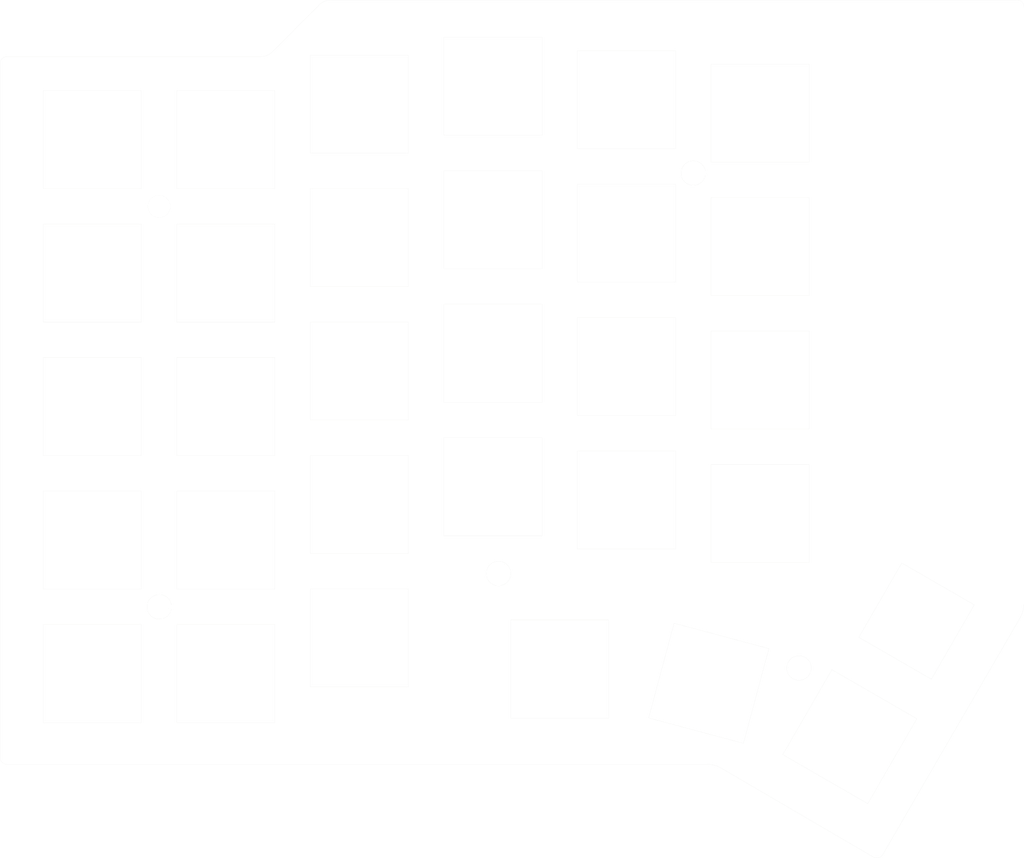
<source format=kicad_pcb>
(kicad_pcb (version 20171130) (host pcbnew "(5.1.6)-1")

  (general
    (thickness 1.6)
    (drawings 21)
    (tracks 0)
    (zones 0)
    (modules 36)
    (nets 1)
  )

  (page A4)
  (layers
    (0 F.Cu signal)
    (31 B.Cu signal)
    (32 B.Adhes user)
    (33 F.Adhes user)
    (34 B.Paste user)
    (35 F.Paste user)
    (36 B.SilkS user)
    (37 F.SilkS user)
    (38 B.Mask user)
    (39 F.Mask user)
    (40 Dwgs.User user)
    (41 Cmts.User user)
    (42 Eco1.User user)
    (43 Eco2.User user)
    (44 Edge.Cuts user)
    (45 Margin user)
    (46 B.CrtYd user)
    (47 F.CrtYd user)
    (48 B.Fab user)
    (49 F.Fab user)
  )

  (setup
    (last_trace_width 0.25)
    (trace_clearance 0.2)
    (zone_clearance 0.508)
    (zone_45_only no)
    (trace_min 0.2)
    (via_size 1)
    (via_drill 0.6)
    (via_min_size 0.4)
    (via_min_drill 0.3)
    (uvia_size 0.3)
    (uvia_drill 0.1)
    (uvias_allowed no)
    (uvia_min_size 0.2)
    (uvia_min_drill 0.1)
    (edge_width 0.01)
    (segment_width 0.2)
    (pcb_text_width 0.3)
    (pcb_text_size 1.5 1.5)
    (mod_edge_width 0.12)
    (mod_text_size 1 1)
    (mod_text_width 0.15)
    (pad_size 2.9 0.5)
    (pad_drill 0)
    (pad_to_mask_clearance 0.051)
    (solder_mask_min_width 0.25)
    (aux_axis_origin 0 0)
    (grid_origin 100.965 67.7799)
    (visible_elements 7FFFF7FF)
    (pcbplotparams
      (layerselection 0x010fc_ffffffff)
      (usegerberextensions false)
      (usegerberattributes false)
      (usegerberadvancedattributes false)
      (creategerberjobfile false)
      (excludeedgelayer true)
      (linewidth 0.100000)
      (plotframeref false)
      (viasonmask false)
      (mode 1)
      (useauxorigin false)
      (hpglpennumber 1)
      (hpglpenspeed 20)
      (hpglpendiameter 15.000000)
      (psnegative false)
      (psa4output false)
      (plotreference true)
      (plotvalue true)
      (plotinvisibletext false)
      (padsonsilk false)
      (subtractmaskfromsilk false)
      (outputformat 3)
      (mirror false)
      (drillshape 0)
      (scaleselection 1)
      (outputdirectory "Plate_DXF/"))
  )

  (net 0 "")

  (net_class Default "This is the default net class."
    (clearance 0.2)
    (trace_width 0.25)
    (via_dia 1)
    (via_drill 0.6)
    (uvia_dia 0.3)
    (uvia_drill 0.1)
  )

  (net_class Data ""
    (clearance 0.2)
    (trace_width 0.25)
    (via_dia 1)
    (via_drill 0.6)
    (uvia_dia 0.3)
    (uvia_drill 0.1)
  )

  (net_class Power ""
    (clearance 0.2)
    (trace_width 0.5)
    (via_dia 1)
    (via_drill 0.6)
    (uvia_dia 0.3)
    (uvia_drill 0.1)
  )

  (module "Custom Parts:MX_Cutout_Tight" (layer F.Cu) (tedit 5DD3FFCB) (tstamp 5F5D03C2)
    (at 186.689995 92.544899)
    (path /5F790C86)
    (fp_text reference SW27 (at 7.1 8.200001) (layer F.SilkS) hide
      (effects (font (size 1 1) (thickness 0.15)))
    )
    (fp_text value MX (at -4.8 8.3) (layer F.Fab) hide
      (effects (font (size 1 1) (thickness 0.15)))
    )
    (fp_line (start -7 7) (end -7 -7) (layer Edge.Cuts) (width 0.01))
    (fp_line (start -7 -7) (end 7 -7) (layer Edge.Cuts) (width 0.01))
    (fp_line (start 7 -7) (end 7 7) (layer Edge.Cuts) (width 0.01))
    (fp_line (start -7 7) (end 7 7) (layer Edge.Cuts) (width 0.01))
  )

  (module "Custom Parts:MX_Cutout_Tight" (layer F.Cu) (tedit 5DD3FFCB) (tstamp 5F5D0347)
    (at 129.539997 129.374898)
    (path /5F70873A)
    (fp_text reference SW15 (at 7.1 8.200001) (layer F.SilkS) hide
      (effects (font (size 1 1) (thickness 0.15)))
    )
    (fp_text value MX (at -4.8 8.3) (layer F.Fab) hide
      (effects (font (size 1 1) (thickness 0.15)))
    )
    (fp_line (start -7 7) (end -7 -7) (layer Edge.Cuts) (width 0.01))
    (fp_line (start -7 -7) (end 7 -7) (layer Edge.Cuts) (width 0.01))
    (fp_line (start 7 -7) (end 7 7) (layer Edge.Cuts) (width 0.01))
    (fp_line (start -7 7) (end 7 7) (layer Edge.Cuts) (width 0.01))
  )

  (module "Custom Parts:MX_Cutout_Tight" (layer F.Cu) (tedit 5DD3FFCB) (tstamp 5F5D02A3)
    (at 167.64 71.5899)
    (path /5F76C34B)
    (fp_text reference SW21 (at 7.1 8.200001) (layer F.SilkS) hide
      (effects (font (size 1 1) (thickness 0.15)))
    )
    (fp_text value MX (at -4.8 8.3) (layer F.Fab) hide
      (effects (font (size 1 1) (thickness 0.15)))
    )
    (fp_line (start -7 7) (end -7 -7) (layer Edge.Cuts) (width 0.01))
    (fp_line (start -7 -7) (end 7 -7) (layer Edge.Cuts) (width 0.01))
    (fp_line (start 7 -7) (end 7 7) (layer Edge.Cuts) (width 0.01))
    (fp_line (start -7 7) (end 7 7) (layer Edge.Cuts) (width 0.01))
  )

  (module "Custom Parts:MX_Cutout_Tight" (layer F.Cu) (tedit 5DD3FFCB) (tstamp 5F5D03EB)
    (at 186.689996 73.494899)
    (path /5F790C79)
    (fp_text reference SW26 (at 7.1 8.200001) (layer F.SilkS) hide
      (effects (font (size 1 1) (thickness 0.15)))
    )
    (fp_text value MX (at -4.8 8.3) (layer F.Fab) hide
      (effects (font (size 1 1) (thickness 0.15)))
    )
    (fp_line (start -7 7) (end -7 -7) (layer Edge.Cuts) (width 0.01))
    (fp_line (start -7 -7) (end 7 -7) (layer Edge.Cuts) (width 0.01))
    (fp_line (start 7 -7) (end 7 7) (layer Edge.Cuts) (width 0.01))
    (fp_line (start -7 7) (end 7 7) (layer Edge.Cuts) (width 0.01))
  )

  (module "Custom Parts:MX_Cutout_Tight" (layer F.Cu) (tedit 5DD3FFCB) (tstamp 5F5D02CC)
    (at 167.639999 90.639897)
    (path /5F76C358)
    (fp_text reference SW22 (at 7.1 8.200001) (layer F.SilkS) hide
      (effects (font (size 1 1) (thickness 0.15)))
    )
    (fp_text value MX (at -4.8 8.3) (layer F.Fab) hide
      (effects (font (size 1 1) (thickness 0.15)))
    )
    (fp_line (start -7 7) (end -7 -7) (layer Edge.Cuts) (width 0.01))
    (fp_line (start -7 -7) (end 7 -7) (layer Edge.Cuts) (width 0.01))
    (fp_line (start 7 -7) (end 7 7) (layer Edge.Cuts) (width 0.01))
    (fp_line (start -7 7) (end 7 7) (layer Edge.Cuts) (width 0.01))
  )

  (module "Custom Parts:MX_Cutout_Tight" (layer F.Cu) (tedit 5DD3FFCB) (tstamp 5F5D02F5)
    (at 186.689998 111.594898)
    (path /5F790C93)
    (fp_text reference SW28 (at 7.1 8.200001) (layer F.SilkS) hide
      (effects (font (size 1 1) (thickness 0.15)))
    )
    (fp_text value MX (at -4.8 8.3) (layer F.Fab) hide
      (effects (font (size 1 1) (thickness 0.15)))
    )
    (fp_line (start -7 7) (end -7 -7) (layer Edge.Cuts) (width 0.01))
    (fp_line (start -7 -7) (end 7 -7) (layer Edge.Cuts) (width 0.01))
    (fp_line (start 7 -7) (end 7 7) (layer Edge.Cuts) (width 0.01))
    (fp_line (start -7 7) (end 7 7) (layer Edge.Cuts) (width 0.01))
  )

  (module "Custom Parts:MX_Cutout_Tight" (layer F.Cu) (tedit 5DD3FFCB) (tstamp 5F5D031E)
    (at 110.489998 115.404896)
    (path /5F6D8663)
    (fp_text reference SW9 (at 7.1 8.200001) (layer F.SilkS) hide
      (effects (font (size 1 1) (thickness 0.15)))
    )
    (fp_text value MX (at -4.8 8.3) (layer F.Fab) hide
      (effects (font (size 1 1) (thickness 0.15)))
    )
    (fp_line (start -7 7) (end -7 -7) (layer Edge.Cuts) (width 0.01))
    (fp_line (start -7 -7) (end 7 -7) (layer Edge.Cuts) (width 0.01))
    (fp_line (start 7 -7) (end 7 7) (layer Edge.Cuts) (width 0.01))
    (fp_line (start -7 7) (end 7 7) (layer Edge.Cuts) (width 0.01))
  )

  (module "Custom Parts:MX_Cutout_Tight" (layer F.Cu) (tedit 5DD3FFCB) (tstamp 5F5D0370)
    (at 148.59 50.634897)
    (path /5F740BB9)
    (fp_text reference SW16 (at 7.1 8.200001) (layer F.SilkS) hide
      (effects (font (size 1 1) (thickness 0.15)))
    )
    (fp_text value MX (at -4.8 8.3) (layer F.Fab) hide
      (effects (font (size 1 1) (thickness 0.15)))
    )
    (fp_line (start -7 7) (end -7 -7) (layer Edge.Cuts) (width 0.01))
    (fp_line (start -7 -7) (end 7 -7) (layer Edge.Cuts) (width 0.01))
    (fp_line (start 7 -7) (end 7 7) (layer Edge.Cuts) (width 0.01))
    (fp_line (start -7 7) (end 7 7) (layer Edge.Cuts) (width 0.01))
  )

  (module "Custom Parts:MX_Cutout_Tight" (layer F.Cu) (tedit 5DD3FFCB) (tstamp 5F5D0399)
    (at 148.589998 88.7349)
    (path /5F740BD4)
    (fp_text reference SW18 (at 7.1 8.200001) (layer F.SilkS) hide
      (effects (font (size 1 1) (thickness 0.15)))
    )
    (fp_text value MX (at -4.8 8.3) (layer F.Fab) hide
      (effects (font (size 1 1) (thickness 0.15)))
    )
    (fp_line (start -7 7) (end -7 -7) (layer Edge.Cuts) (width 0.01))
    (fp_line (start -7 -7) (end 7 -7) (layer Edge.Cuts) (width 0.01))
    (fp_line (start 7 -7) (end 7 7) (layer Edge.Cuts) (width 0.01))
    (fp_line (start -7 7) (end 7 7) (layer Edge.Cuts) (width 0.01))
  )

  (module "Custom Parts:MX_Cutout_Tight" (layer F.Cu) (tedit 5DD3FFCB) (tstamp 5F5D0533)
    (at 129.539998 53.174901)
    (path /5F708705)
    (fp_text reference SW11 (at 7.1 8.200001) (layer F.SilkS) hide
      (effects (font (size 1 1) (thickness 0.15)))
    )
    (fp_text value MX (at -4.8 8.3) (layer F.Fab) hide
      (effects (font (size 1 1) (thickness 0.15)))
    )
    (fp_line (start -7 7) (end -7 -7) (layer Edge.Cuts) (width 0.01))
    (fp_line (start -7 -7) (end 7 -7) (layer Edge.Cuts) (width 0.01))
    (fp_line (start 7 -7) (end 7 7) (layer Edge.Cuts) (width 0.01))
    (fp_line (start -7 7) (end 7 7) (layer Edge.Cuts) (width 0.01))
  )

  (module "Custom Parts:MX_Cutout_Tight" (layer F.Cu) (tedit 5DD3FFCB) (tstamp 5F5D043D)
    (at 186.69 54.444897)
    (path /5F790C6B)
    (fp_text reference SW25 (at 7.1 8.200001) (layer F.SilkS) hide
      (effects (font (size 1 1) (thickness 0.15)))
    )
    (fp_text value MX (at -4.8 8.3) (layer F.Fab) hide
      (effects (font (size 1 1) (thickness 0.15)))
    )
    (fp_line (start -7 7) (end -7 -7) (layer Edge.Cuts) (width 0.01))
    (fp_line (start -7 -7) (end 7 -7) (layer Edge.Cuts) (width 0.01))
    (fp_line (start 7 -7) (end 7 7) (layer Edge.Cuts) (width 0.01))
    (fp_line (start -7 7) (end 7 7) (layer Edge.Cuts) (width 0.01))
  )

  (module "Custom Parts:MX_Cutout_Tight" (layer F.Cu) (tedit 5DD3FFCB) (tstamp 5F5D0466)
    (at 179.374799 135.839203 345)
    (path /5F790CA0)
    (fp_text reference SW29 (at 7.1 8.200001 345) (layer F.SilkS) hide
      (effects (font (size 1 1) (thickness 0.15)))
    )
    (fp_text value MX (at -4.8 8.3 345) (layer F.Fab) hide
      (effects (font (size 1 1) (thickness 0.15)))
    )
    (fp_line (start -7 7) (end -7 -7) (layer Edge.Cuts) (width 0.01))
    (fp_line (start -7 -7) (end 7 -7) (layer Edge.Cuts) (width 0.01))
    (fp_line (start 7 -7) (end 7 7) (layer Edge.Cuts) (width 0.01))
    (fp_line (start -7 7) (end 7 7) (layer Edge.Cuts) (width 0.01))
  )

  (module "Custom Parts:MX_Cutout_Tight" (layer F.Cu) (tedit 5DD3FFCB) (tstamp 5F5D048F)
    (at 199.492083 143.462125 330)
    (path /5F7B2771)
    (fp_text reference SW31 (at 7.1 8.2 330) (layer F.SilkS) hide
      (effects (font (size 1 1) (thickness 0.15)))
    )
    (fp_text value MX (at -4.8 8.3 330) (layer F.Fab) hide
      (effects (font (size 1 1) (thickness 0.15)))
    )
    (fp_line (start -7 7) (end -7 -7) (layer Edge.Cuts) (width 0.01))
    (fp_line (start -7 -7) (end 7 -7) (layer Edge.Cuts) (width 0.01))
    (fp_line (start 7 -7) (end 7 7) (layer Edge.Cuts) (width 0.01))
    (fp_line (start -7 7) (end 7 7) (layer Edge.Cuts) (width 0.01))
  )

  (module "Custom Parts:MX_Cutout_Tight" (layer F.Cu) (tedit 5DD3FFCB) (tstamp 5F5D04B8)
    (at 148.589998 107.784896)
    (path /5F740BE1)
    (fp_text reference SW19 (at 7.1 8.200001) (layer F.SilkS) hide
      (effects (font (size 1 1) (thickness 0.15)))
    )
    (fp_text value MX (at -4.8 8.3) (layer F.Fab) hide
      (effects (font (size 1 1) (thickness 0.15)))
    )
    (fp_line (start -7 7) (end -7 -7) (layer Edge.Cuts) (width 0.01))
    (fp_line (start -7 -7) (end 7 -7) (layer Edge.Cuts) (width 0.01))
    (fp_line (start 7 -7) (end 7 7) (layer Edge.Cuts) (width 0.01))
    (fp_line (start -7 7) (end 7 7) (layer Edge.Cuts) (width 0.01))
  )

  (module MountingHole:MountingHole_3.2mm_M3 (layer F.Cu) (tedit 56D1B4CB) (tstamp 5F6A46D2)
    (at 100.9904 124.9299)
    (descr "Mounting Hole 3.2mm, no annular, M3")
    (tags "mounting hole 3.2mm no annular m3")
    (path /5E19BF75)
    (attr virtual)
    (fp_text reference H4 (at 0 -3.2) (layer F.SilkS) hide
      (effects (font (size 1 1) (thickness 0.15)))
    )
    (fp_text value MountingHole (at 0 3.2) (layer F.Fab)
      (effects (font (size 1 1) (thickness 0.15)))
    )
    (fp_circle (center 0 0) (end 3.45 0) (layer F.CrtYd) (width 0.05))
    (fp_circle (center 0 0) (end 3.2 0) (layer Cmts.User) (width 0.15))
    (fp_text user %R (at 0.3 0) (layer F.Fab)
      (effects (font (size 1 1) (thickness 0.15)))
    )
    (pad 1 np_thru_hole circle (at 0 0) (size 3.2 3.2) (drill 3.2) (layers *.Cu *.Mask))
  )

  (module "Custom Parts:MX_Cutout_Tight" (layer F.Cu) (tedit 5DD3FFCB) (tstamp 5F5D00B7)
    (at 110.489997 134.454896)
    (path /5F6D8670)
    (fp_text reference SW10 (at 7.1 8.200001) (layer F.SilkS) hide
      (effects (font (size 1 1) (thickness 0.15)))
    )
    (fp_text value MX (at -4.8 8.3) (layer F.Fab) hide
      (effects (font (size 1 1) (thickness 0.15)))
    )
    (fp_line (start -7 7) (end -7 -7) (layer Edge.Cuts) (width 0.01))
    (fp_line (start -7 -7) (end 7 -7) (layer Edge.Cuts) (width 0.01))
    (fp_line (start 7 -7) (end 7 7) (layer Edge.Cuts) (width 0.01))
    (fp_line (start -7 7) (end 7 7) (layer Edge.Cuts) (width 0.01))
  )

  (module "Custom Parts:MX_Cutout_Tight" (layer F.Cu) (tedit 5DD3FFCB) (tstamp 5F5D00E0)
    (at 129.539994 91.274901)
    (path /5F708720)
    (fp_text reference SW13 (at 7.1 8.200001) (layer F.SilkS) hide
      (effects (font (size 1 1) (thickness 0.15)))
    )
    (fp_text value MX (at -4.8 8.3) (layer F.Fab) hide
      (effects (font (size 1 1) (thickness 0.15)))
    )
    (fp_line (start -7 7) (end -7 -7) (layer Edge.Cuts) (width 0.01))
    (fp_line (start -7 -7) (end 7 -7) (layer Edge.Cuts) (width 0.01))
    (fp_line (start 7 -7) (end 7 7) (layer Edge.Cuts) (width 0.01))
    (fp_line (start -7 7) (end 7 7) (layer Edge.Cuts) (width 0.01))
  )

  (module "Custom Parts:MX_Cutout_Tight" (layer F.Cu) (tedit 5DD3FFCB) (tstamp 5F5D01AD)
    (at 110.489995 58.254895)
    (path /5F6D863A)
    (fp_text reference SW6 (at 7.1 8.200001) (layer F.SilkS) hide
      (effects (font (size 1 1) (thickness 0.15)))
    )
    (fp_text value MX (at -4.8 8.3) (layer F.Fab) hide
      (effects (font (size 1 1) (thickness 0.15)))
    )
    (fp_line (start -7 7) (end -7 -7) (layer Edge.Cuts) (width 0.01))
    (fp_line (start -7 -7) (end 7 -7) (layer Edge.Cuts) (width 0.01))
    (fp_line (start 7 -7) (end 7 7) (layer Edge.Cuts) (width 0.01))
    (fp_line (start -7 7) (end 7 7) (layer Edge.Cuts) (width 0.01))
  )

  (module "Custom Parts:MX_Cutout_Tight" (layer F.Cu) (tedit 5DD3FFCB) (tstamp 5F5D0132)
    (at 167.639999 52.5399)
    (path /5F76C33D)
    (fp_text reference SW20 (at 7.1 8.200001) (layer F.SilkS) hide
      (effects (font (size 1 1) (thickness 0.15)))
    )
    (fp_text value MX (at -4.8 8.3) (layer F.Fab) hide
      (effects (font (size 1 1) (thickness 0.15)))
    )
    (fp_line (start -7 7) (end -7 -7) (layer Edge.Cuts) (width 0.01))
    (fp_line (start -7 -7) (end 7 -7) (layer Edge.Cuts) (width 0.01))
    (fp_line (start 7 -7) (end 7 7) (layer Edge.Cuts) (width 0.01))
    (fp_line (start -7 7) (end 7 7) (layer Edge.Cuts) (width 0.01))
  )

  (module "Custom Parts:MX_Cutout_Tight" (layer F.Cu) (tedit 5DD3FFCB) (tstamp 5F5D01D6)
    (at 110.489998 77.3049)
    (path /5F6D8649)
    (fp_text reference SW7 (at 7.1 8.200001) (layer F.SilkS) hide
      (effects (font (size 1 1) (thickness 0.15)))
    )
    (fp_text value MX (at -4.8 8.3) (layer F.Fab) hide
      (effects (font (size 1 1) (thickness 0.15)))
    )
    (fp_line (start -7 7) (end -7 -7) (layer Edge.Cuts) (width 0.01))
    (fp_line (start -7 -7) (end 7 -7) (layer Edge.Cuts) (width 0.01))
    (fp_line (start 7 -7) (end 7 7) (layer Edge.Cuts) (width 0.01))
    (fp_line (start -7 7) (end 7 7) (layer Edge.Cuts) (width 0.01))
  )

  (module "Custom Parts:MX_Cutout_Tight" (layer F.Cu) (tedit 5DD3FFCB) (tstamp 5F5D0109)
    (at 91.439997 115.404898)
    (path /5F61EF2C)
    (fp_text reference SW4 (at 7.1 8.200001) (layer F.SilkS) hide
      (effects (font (size 1 1) (thickness 0.15)))
    )
    (fp_text value MX (at -4.8 8.3) (layer F.Fab) hide
      (effects (font (size 1 1) (thickness 0.15)))
    )
    (fp_line (start -7 7) (end -7 -7) (layer Edge.Cuts) (width 0.01))
    (fp_line (start -7 -7) (end 7 -7) (layer Edge.Cuts) (width 0.01))
    (fp_line (start 7 -7) (end 7 7) (layer Edge.Cuts) (width 0.01))
    (fp_line (start -7 7) (end 7 7) (layer Edge.Cuts) (width 0.01))
  )

  (module "Custom Parts:MX_Cutout_Tight" (layer F.Cu) (tedit 5DD3FFCB) (tstamp 5F5D0251)
    (at 91.439994 96.354896)
    (path /5F613E79)
    (fp_text reference SW3 (at 7.1 8.200001) (layer F.SilkS) hide
      (effects (font (size 1 1) (thickness 0.15)))
    )
    (fp_text value MX (at -4.8 8.3) (layer F.Fab) hide
      (effects (font (size 1 1) (thickness 0.15)))
    )
    (fp_line (start -7 7) (end -7 -7) (layer Edge.Cuts) (width 0.01))
    (fp_line (start -7 -7) (end 7 -7) (layer Edge.Cuts) (width 0.01))
    (fp_line (start 7 -7) (end 7 7) (layer Edge.Cuts) (width 0.01))
    (fp_line (start -7 7) (end 7 7) (layer Edge.Cuts) (width 0.01))
  )

  (module MountingHole:MountingHole_3.2mm_M3 (layer F.Cu) (tedit 56D1B4CB) (tstamp 5F6A46E7)
    (at 192.24625 133.66115)
    (descr "Mounting Hole 3.2mm, no annular, M3")
    (tags "mounting hole 3.2mm no annular m3")
    (path /5DBBCC8A)
    (attr virtual)
    (fp_text reference H6 (at 0 -3.2) (layer F.SilkS) hide
      (effects (font (size 1 1) (thickness 0.15)))
    )
    (fp_text value MountingHole (at 0 3.2) (layer F.Fab)
      (effects (font (size 1 1) (thickness 0.15)))
    )
    (fp_circle (center 0 0) (end 3.45 0) (layer F.CrtYd) (width 0.05))
    (fp_circle (center 0 0) (end 3.2 0) (layer Cmts.User) (width 0.15))
    (fp_text user %R (at 0.3 0) (layer F.Fab)
      (effects (font (size 1 1) (thickness 0.15)))
    )
    (pad 1 np_thru_hole circle (at 0 0) (size 3.2 3.2) (drill 3.2) (layers *.Cu *.Mask))
  )

  (module "Custom Parts:MX_Cutout_Tight" (layer F.Cu) (tedit 5DD3FFCB) (tstamp 5F5D015B)
    (at 110.489996 96.354897)
    (path /5F6D8656)
    (fp_text reference SW8 (at 7.1 8.200001) (layer F.SilkS) hide
      (effects (font (size 1 1) (thickness 0.15)))
    )
    (fp_text value MX (at -4.8 8.3) (layer F.Fab) hide
      (effects (font (size 1 1) (thickness 0.15)))
    )
    (fp_line (start -7 7) (end -7 -7) (layer Edge.Cuts) (width 0.01))
    (fp_line (start -7 -7) (end 7 -7) (layer Edge.Cuts) (width 0.01))
    (fp_line (start 7 -7) (end 7 7) (layer Edge.Cuts) (width 0.01))
    (fp_line (start -7 7) (end 7 7) (layer Edge.Cuts) (width 0.01))
  )

  (module "Custom Parts:MX_Cutout_Tight" (layer F.Cu) (tedit 5DD3FFCB) (tstamp 5F5D01FF)
    (at 91.44 58.2549)
    (path /5E7F9F5F)
    (fp_text reference SW1 (at 7.1 8.200001) (layer F.SilkS) hide
      (effects (font (size 1 1) (thickness 0.15)))
    )
    (fp_text value MX (at -4.8 8.3) (layer F.Fab) hide
      (effects (font (size 1 1) (thickness 0.15)))
    )
    (fp_line (start -7 7) (end -7 -7) (layer Edge.Cuts) (width 0.01))
    (fp_line (start -7 -7) (end 7 -7) (layer Edge.Cuts) (width 0.01))
    (fp_line (start 7 -7) (end 7 7) (layer Edge.Cuts) (width 0.01))
    (fp_line (start -7 7) (end 7 7) (layer Edge.Cuts) (width 0.01))
  )

  (module MountingHole:MountingHole_3.2mm_M3 (layer F.Cu) (tedit 56D1B4CB) (tstamp 5F6A46EE)
    (at 149.38375 120.1674)
    (descr "Mounting Hole 3.2mm, no annular, M3")
    (tags "mounting hole 3.2mm no annular m3")
    (path /5DBAD737)
    (attr virtual)
    (fp_text reference H5 (at 0 -3.2) (layer F.SilkS) hide
      (effects (font (size 1 1) (thickness 0.15)))
    )
    (fp_text value MountingHole (at 0 3.2) (layer F.Fab)
      (effects (font (size 1 1) (thickness 0.15)))
    )
    (fp_circle (center 0 0) (end 3.45 0) (layer F.CrtYd) (width 0.05))
    (fp_circle (center 0 0) (end 3.2 0) (layer Cmts.User) (width 0.15))
    (fp_text user %R (at 0.3 0) (layer F.Fab)
      (effects (font (size 1 1) (thickness 0.15)))
    )
    (pad 1 np_thru_hole circle (at 0 0) (size 3.2 3.2) (drill 3.2) (layers *.Cu *.Mask))
  )

  (module "Custom Parts:MX_Cutout_Tight" (layer F.Cu) (tedit 5DD3FFCB) (tstamp 5F5D027A)
    (at 148.589998 69.684899)
    (path /5F740BC7)
    (fp_text reference SW17 (at 7.1 8.200001) (layer F.SilkS) hide
      (effects (font (size 1 1) (thickness 0.15)))
    )
    (fp_text value MX (at -4.8 8.3) (layer F.Fab) hide
      (effects (font (size 1 1) (thickness 0.15)))
    )
    (fp_line (start -7 7) (end -7 -7) (layer Edge.Cuts) (width 0.01))
    (fp_line (start -7 -7) (end 7 -7) (layer Edge.Cuts) (width 0.01))
    (fp_line (start 7 -7) (end 7 7) (layer Edge.Cuts) (width 0.01))
    (fp_line (start -7 7) (end 7 7) (layer Edge.Cuts) (width 0.01))
  )

  (module MountingHole:MountingHole_3.2mm_M3 (layer F.Cu) (tedit 56D1B4CB) (tstamp 5F6A46D9)
    (at 177.165003 63.017395)
    (descr "Mounting Hole 3.2mm, no annular, M3")
    (tags "mounting hole 3.2mm no annular m3")
    (path /5E8D7F71)
    (attr virtual)
    (fp_text reference H2 (at 0 -3.2) (layer F.SilkS) hide
      (effects (font (size 1 1) (thickness 0.15)))
    )
    (fp_text value MountingHole (at 0 3.2) (layer F.Fab)
      (effects (font (size 1 1) (thickness 0.15)))
    )
    (fp_circle (center 0 0) (end 3.45 0) (layer F.CrtYd) (width 0.05))
    (fp_circle (center 0 0) (end 3.2 0) (layer Cmts.User) (width 0.15))
    (fp_text user %R (at 0.3 0) (layer F.Fab)
      (effects (font (size 1 1) (thickness 0.15)))
    )
    (pad 1 np_thru_hole circle (at 0 0) (size 3.2 3.2) (drill 3.2) (layers *.Cu *.Mask))
  )

  (module "Custom Parts:MX_Cutout_Tight" (layer F.Cu) (tedit 5DD3FFCB) (tstamp 5F5D0184)
    (at 91.439996 134.4549)
    (path /5F62A165)
    (fp_text reference SW5 (at 7.1 8.200001) (layer F.SilkS) hide
      (effects (font (size 1 1) (thickness 0.15)))
    )
    (fp_text value MX (at -4.8 8.3) (layer F.Fab) hide
      (effects (font (size 1 1) (thickness 0.15)))
    )
    (fp_line (start -7 7) (end -7 -7) (layer Edge.Cuts) (width 0.01))
    (fp_line (start -7 -7) (end 7 -7) (layer Edge.Cuts) (width 0.01))
    (fp_line (start 7 -7) (end 7 7) (layer Edge.Cuts) (width 0.01))
    (fp_line (start -7 7) (end 7 7) (layer Edge.Cuts) (width 0.01))
  )

  (module "Custom Parts:MX_Cutout_Tight" (layer F.Cu) (tedit 5DD3FFCB) (tstamp 5F5D0065)
    (at 167.64 109.689903)
    (path /5F76C365)
    (fp_text reference SW23 (at 7.1 8.200001) (layer F.SilkS) hide
      (effects (font (size 1 1) (thickness 0.15)))
    )
    (fp_text value MX (at -4.8 8.3) (layer F.Fab) hide
      (effects (font (size 1 1) (thickness 0.15)))
    )
    (fp_line (start -7 7) (end -7 -7) (layer Edge.Cuts) (width 0.01))
    (fp_line (start -7 -7) (end 7 -7) (layer Edge.Cuts) (width 0.01))
    (fp_line (start 7 -7) (end 7 7) (layer Edge.Cuts) (width 0.01))
    (fp_line (start -7 7) (end 7 7) (layer Edge.Cuts) (width 0.01))
  )

  (module "Custom Parts:MX_Cutout_Tight" (layer F.Cu) (tedit 5DD3FFCB) (tstamp 5F5D008E)
    (at 129.539997 110.324895)
    (path /5F70872D)
    (fp_text reference SW14 (at 7.1 8.200001) (layer F.SilkS) hide
      (effects (font (size 1 1) (thickness 0.15)))
    )
    (fp_text value MX (at -4.8 8.3) (layer F.Fab) hide
      (effects (font (size 1 1) (thickness 0.15)))
    )
    (fp_line (start -7 7) (end -7 -7) (layer Edge.Cuts) (width 0.01))
    (fp_line (start -7 -7) (end 7 -7) (layer Edge.Cuts) (width 0.01))
    (fp_line (start 7 -7) (end 7 7) (layer Edge.Cuts) (width 0.01))
    (fp_line (start -7 7) (end 7 7) (layer Edge.Cuts) (width 0.01))
  )

  (module "Custom Parts:MX_Cutout_Tight" (layer F.Cu) (tedit 5DD3FFCB) (tstamp 5F5D0228)
    (at 91.440003 77.304895)
    (path /5F608752)
    (fp_text reference SW2 (at 7.1 8.200001) (layer F.SilkS) hide
      (effects (font (size 1 1) (thickness 0.15)))
    )
    (fp_text value MX (at -4.8 8.3) (layer F.Fab) hide
      (effects (font (size 1 1) (thickness 0.15)))
    )
    (fp_line (start -7 7) (end -7 -7) (layer Edge.Cuts) (width 0.01))
    (fp_line (start -7 -7) (end 7 -7) (layer Edge.Cuts) (width 0.01))
    (fp_line (start 7 -7) (end 7 7) (layer Edge.Cuts) (width 0.01))
    (fp_line (start -7 7) (end 7 7) (layer Edge.Cuts) (width 0.01))
  )

  (module "Custom Parts:MX_Cutout_Tight" (layer F.Cu) (tedit 5DD3FFCB) (tstamp 5F5D050A)
    (at 129.539997 72.224896)
    (path /5F708713)
    (fp_text reference SW12 (at 7.1 8.200001) (layer F.SilkS) hide
      (effects (font (size 1 1) (thickness 0.15)))
    )
    (fp_text value MX (at -4.8 8.3) (layer F.Fab) hide
      (effects (font (size 1 1) (thickness 0.15)))
    )
    (fp_line (start -7 7) (end -7 -7) (layer Edge.Cuts) (width 0.01))
    (fp_line (start -7 -7) (end 7 -7) (layer Edge.Cuts) (width 0.01))
    (fp_line (start 7 -7) (end 7 7) (layer Edge.Cuts) (width 0.01))
    (fp_line (start -7 7) (end 7 7) (layer Edge.Cuts) (width 0.01))
  )

  (module "Custom Parts:MX_Cutout_Tight" (layer F.Cu) (tedit 5DD3FFCB) (tstamp 5F5D04E1)
    (at 158.114998 133.819898)
    (path /5F76C372)
    (fp_text reference SW24 (at 7.1 8.200001) (layer F.SilkS) hide
      (effects (font (size 1 1) (thickness 0.15)))
    )
    (fp_text value MX (at -4.8 8.3) (layer F.Fab) hide
      (effects (font (size 1 1) (thickness 0.15)))
    )
    (fp_line (start -7 7) (end -7 -7) (layer Edge.Cuts) (width 0.01))
    (fp_line (start -7 -7) (end 7 -7) (layer Edge.Cuts) (width 0.01))
    (fp_line (start 7 -7) (end 7 7) (layer Edge.Cuts) (width 0.01))
    (fp_line (start -7 7) (end 7 7) (layer Edge.Cuts) (width 0.01))
  )

  (module "Custom Parts:Cutout_EC11" (layer F.Cu) (tedit 5F5F2DE4) (tstamp 5F5D0414)
    (at 209.017083 126.964336 330)
    (path /5F7B2764)
    (fp_text reference SW30 (at 7.1 8.2 330) (layer F.SilkS) hide
      (effects (font (size 1 1) (thickness 0.15)))
    )
    (fp_text value MX (at -4.8 8.3 330) (layer F.Fab) hide
      (effects (font (size 1 1) (thickness 0.15)))
    )
    (fp_line (start -5.975 6.125) (end 5.975 6.125) (layer Edge.Cuts) (width 0.01))
    (fp_line (start 5.975 -6.125) (end -5.975 -6.125) (layer Edge.Cuts) (width 0.01))
    (fp_line (start 5.975 -6.125) (end 5.975 6.125) (layer Edge.Cuts) (width 0.01))
    (fp_line (start -5.975 -6.125) (end -5.975 6.125) (layer Edge.Cuts) (width 0.01))
  )

  (module MountingHole:MountingHole_3.2mm_M3 (layer F.Cu) (tedit 56D1B4CB) (tstamp 5F5EBE48)
    (at 100.965 67.7799)
    (descr "Mounting Hole 3.2mm, no annular, M3")
    (tags "mounting hole 3.2mm no annular m3")
    (path /6036B65A)
    (attr virtual)
    (fp_text reference H1 (at 0 -3.2) (layer F.SilkS) hide
      (effects (font (size 1 1) (thickness 0.15)))
    )
    (fp_text value MountingHole (at 0 3.2) (layer F.Fab)
      (effects (font (size 1 1) (thickness 0.15)))
    )
    (fp_circle (center 0 0) (end 3.45 0) (layer F.CrtYd) (width 0.05))
    (fp_circle (center 0 0) (end 3.2 0) (layer Cmts.User) (width 0.15))
    (fp_text user %R (at 0.3 0) (layer F.Fab)
      (effects (font (size 1 1) (thickness 0.15)))
    )
    (pad 1 np_thru_hole circle (at 0 0) (size 3.2 3.2) (drill 3.2) (layers *.Cu *.Mask))
  )

  (gr_line (start 179.220262 147.408899) (end 79.271 147.4089) (layer Edge.Cuts) (width 0.01) (tstamp 5F60C06B))
  (gr_arc (start 79.271 47.393999) (end 79.271 46.394) (angle -90.00000007) (layer Edge.Cuts) (width 0.01) (tstamp 5F60C06A))
  (gr_line (start 125.494514 38.316774) (end 223.345 38.316801) (layer Edge.Cuts) (width 0.01) (tstamp 5F60C069))
  (gr_arc (start 203.340205 159.776213) (end 202.837273 160.636167) (angle -90.21678285) (layer Edge.Cuts) (width 0.01) (tstamp 5F60C067))
  (gr_line (start 117.155885 45.68545) (end 123.788853 39.025324) (layer Edge.Cuts) (width 0.01) (tstamp 5F60C066))
  (gr_arc (start 125.494514 40.72403) (end 125.494514 38.316774) (angle -45.11703752) (layer Edge.Cuts) (width 0.01) (tstamp 5F60C065))
  (gr_line (start 223.84343 126.398051) (end 204.202056 160.275889) (layer Edge.Cuts) (width 0.01) (tstamp 5F60C064))
  (gr_line (start 202.837273 160.636167) (end 181.083475 147.913739) (layer Edge.Cuts) (width 0.01) (tstamp 5F60C063))
  (gr_arc (start 179.220262 151.099606) (end 181.083475 147.913739) (angle -30.32068022) (layer Edge.Cuts) (width 0.01) (tstamp 5F60C062))
  (gr_line (start 79.271 46.394) (end 115.450224 46.394) (layer Edge.Cuts) (width 0.01) (tstamp 5F60C061))
  (gr_arc (start 219.637995 124.267121) (end 223.84343 126.398051) (angle -23.63956252) (layer Edge.Cuts) (width 0.01) (tstamp 5F60C060))
  (gr_line (start 224.344999 39.316801) (end 224.345 124.532934) (layer Edge.Cuts) (width 0.01) (tstamp 5F60C05F))
  (gr_arc (start 223.344999 39.316801) (end 224.344999 39.316801) (angle -90) (layer Edge.Cuts) (width 0.01) (tstamp 5F60C05E))
  (gr_arc (start 115.450224 43.986744) (end 115.450224 46.393999) (angle -45.11705306) (layer Edge.Cuts) (width 0.01) (tstamp 5F60C05D))
  (gr_line (start 78.271 146.4089) (end 78.271 47.394) (layer Edge.Cuts) (width 0.01) (tstamp 5F60C05C))
  (gr_arc (start 79.271 146.4089) (end 78.271 146.4089) (angle -89.99999968) (layer Edge.Cuts) (width 0.01) (tstamp 5F60C05B))
  (gr_circle (center 100.965 67.7799) (end 102.565 67.7799) (layer Edge.Cuts) (width 0.01) (tstamp 5F5B186E))
  (gr_circle (center 192.24625 133.66115) (end 193.99625 133.66115) (layer Edge.Cuts) (width 0.01) (tstamp 5F5B186E))
  (gr_circle (center 149.38375 120.1674) (end 151.13375 120.1674) (layer Edge.Cuts) (width 0.01) (tstamp 5F5B186E))
  (gr_circle (center 100.9904 124.9299) (end 102.7404 124.9299) (layer Edge.Cuts) (width 0.01) (tstamp 5F5B186E))
  (gr_circle (center 177.165003 63.017395) (end 178.915003 63.017395) (layer Edge.Cuts) (width 0.01) (tstamp 5F5C76D8))

)

</source>
